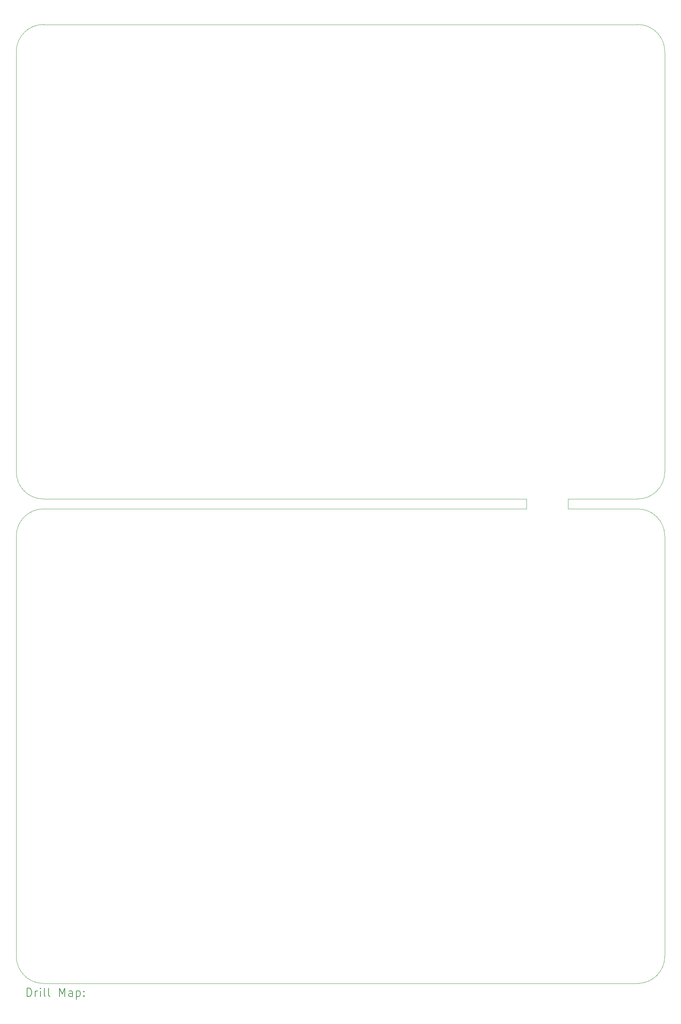
<source format=gbr>
%FSLAX45Y45*%
G04 Gerber Fmt 4.5, Leading zero omitted, Abs format (unit mm)*
G04 Created by KiCad (PCBNEW (6.0.5)) date 2022-11-15 17:21:21*
%MOMM*%
%LPD*%
G01*
G04 APERTURE LIST*
%TA.AperFunction,Profile*%
%ADD10C,0.050000*%
%TD*%
%ADD11C,0.200000*%
G04 APERTURE END LIST*
D10*
X24210000Y-15980000D02*
X24210000Y-5880000D01*
X8610000Y-15980000D02*
G75*
G03*
X9260000Y-16630000I650000J0D01*
G01*
X24210000Y-5880000D02*
G75*
G03*
X23560000Y-5230000I-650000J0D01*
G01*
X9260000Y-28270000D02*
X23560000Y-28270000D01*
X8610000Y-27620000D02*
G75*
G03*
X9260000Y-28270000I650000J0D01*
G01*
X23560000Y-5230000D02*
X9260000Y-5230000D01*
X21880000Y-16630000D02*
X23560000Y-16630000D01*
X20880000Y-16630000D02*
X20880000Y-16630000D01*
X9260000Y-16630000D02*
X20880000Y-16630000D01*
X8610000Y-17520000D02*
X8610000Y-27620000D01*
X23560000Y-28270000D02*
G75*
G03*
X24210000Y-27620000I0J650000D01*
G01*
X9260000Y-5230000D02*
G75*
G03*
X8610000Y-5880000I0J-650000D01*
G01*
X20880000Y-16630000D02*
X20880000Y-16870000D01*
X21880000Y-16870000D02*
X21880000Y-16870000D01*
X21880000Y-16870000D02*
X21880000Y-16870000D01*
X20880000Y-16870000D02*
X9260000Y-16870000D01*
X23560000Y-16870000D02*
X21880000Y-16870000D01*
X9260000Y-16870000D02*
G75*
G03*
X8610000Y-17520000I0J-650000D01*
G01*
X24210000Y-27620000D02*
X24210000Y-17520000D01*
X24210000Y-17520000D02*
G75*
G03*
X23560000Y-16870000I-650000J0D01*
G01*
X21880000Y-16630000D02*
X21880000Y-16870000D01*
X23560000Y-16630000D02*
G75*
G03*
X24210000Y-15980000I0J650000D01*
G01*
X8610000Y-5880000D02*
X8610000Y-15980000D01*
D11*
X8865119Y-28582976D02*
X8865119Y-28382976D01*
X8912738Y-28382976D01*
X8941310Y-28392500D01*
X8960357Y-28411548D01*
X8969881Y-28430595D01*
X8979405Y-28468690D01*
X8979405Y-28497262D01*
X8969881Y-28535357D01*
X8960357Y-28554405D01*
X8941310Y-28573452D01*
X8912738Y-28582976D01*
X8865119Y-28582976D01*
X9065119Y-28582976D02*
X9065119Y-28449643D01*
X9065119Y-28487738D02*
X9074643Y-28468690D01*
X9084167Y-28459167D01*
X9103214Y-28449643D01*
X9122262Y-28449643D01*
X9188929Y-28582976D02*
X9188929Y-28449643D01*
X9188929Y-28382976D02*
X9179405Y-28392500D01*
X9188929Y-28402024D01*
X9198452Y-28392500D01*
X9188929Y-28382976D01*
X9188929Y-28402024D01*
X9312738Y-28582976D02*
X9293690Y-28573452D01*
X9284167Y-28554405D01*
X9284167Y-28382976D01*
X9417500Y-28582976D02*
X9398452Y-28573452D01*
X9388929Y-28554405D01*
X9388929Y-28382976D01*
X9646071Y-28582976D02*
X9646071Y-28382976D01*
X9712738Y-28525833D01*
X9779405Y-28382976D01*
X9779405Y-28582976D01*
X9960357Y-28582976D02*
X9960357Y-28478214D01*
X9950833Y-28459167D01*
X9931786Y-28449643D01*
X9893690Y-28449643D01*
X9874643Y-28459167D01*
X9960357Y-28573452D02*
X9941310Y-28582976D01*
X9893690Y-28582976D01*
X9874643Y-28573452D01*
X9865119Y-28554405D01*
X9865119Y-28535357D01*
X9874643Y-28516309D01*
X9893690Y-28506786D01*
X9941310Y-28506786D01*
X9960357Y-28497262D01*
X10055595Y-28449643D02*
X10055595Y-28649643D01*
X10055595Y-28459167D02*
X10074643Y-28449643D01*
X10112738Y-28449643D01*
X10131786Y-28459167D01*
X10141310Y-28468690D01*
X10150833Y-28487738D01*
X10150833Y-28544881D01*
X10141310Y-28563928D01*
X10131786Y-28573452D01*
X10112738Y-28582976D01*
X10074643Y-28582976D01*
X10055595Y-28573452D01*
X10236548Y-28563928D02*
X10246071Y-28573452D01*
X10236548Y-28582976D01*
X10227024Y-28573452D01*
X10236548Y-28563928D01*
X10236548Y-28582976D01*
X10236548Y-28459167D02*
X10246071Y-28468690D01*
X10236548Y-28478214D01*
X10227024Y-28468690D01*
X10236548Y-28459167D01*
X10236548Y-28478214D01*
M02*

</source>
